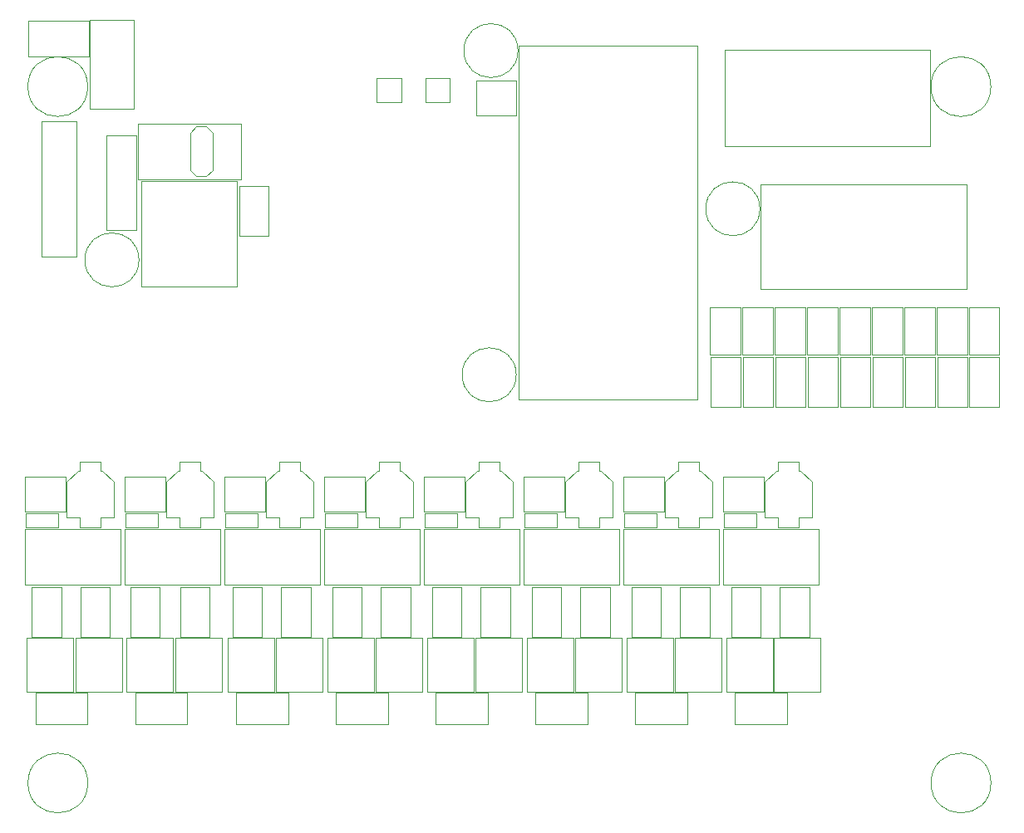
<source format=gbr>
G04 #@! TF.GenerationSoftware,KiCad,Pcbnew,5.1.10-88a1d61d58~90~ubuntu20.04.1*
G04 #@! TF.CreationDate,2022-11-29T16:27:44+00:00*
G04 #@! TF.ProjectId,PDJRSIM,53494d31-3038-42e6-9b69-6361645f7063,221101*
G04 #@! TF.SameCoordinates,Original*
G04 #@! TF.FileFunction,Other,User*
%FSLAX46Y46*%
G04 Gerber Fmt 4.6, Leading zero omitted, Abs format (unit mm)*
G04 Created by KiCad (PCBNEW 5.1.10-88a1d61d58~90~ubuntu20.04.1) date 2022-11-29 16:27:44*
%MOMM*%
%LPD*%
G01*
G04 APERTURE LIST*
%ADD10C,0.050000*%
G04 APERTURE END LIST*
D10*
X38108200Y-31059600D02*
X37458200Y-31709600D01*
X39108200Y-31059600D02*
X38108200Y-31059600D01*
X39758200Y-31709600D02*
X39108200Y-31059600D01*
X39758200Y-35509600D02*
X39758200Y-31709600D01*
X39108200Y-36159600D02*
X39758200Y-35509600D01*
X38108200Y-36159600D02*
X39108200Y-36159600D01*
X37458200Y-35509600D02*
X38108200Y-36159600D01*
X37458200Y-31709600D02*
X37458200Y-35509600D01*
X70873000Y-23327000D02*
G75*
G03*
X70873000Y-23327000I-2750000J0D01*
G01*
X119052500Y-97994000D02*
G75*
G03*
X119052500Y-97994000I-3050000J0D01*
G01*
X27052500Y-97994000D02*
G75*
G03*
X27052500Y-97994000I-3050000J0D01*
G01*
X58971500Y-28593500D02*
X56471500Y-28593500D01*
X58971500Y-28593500D02*
X58971500Y-26093500D01*
X56471500Y-26093500D02*
X56471500Y-28593500D01*
X56471500Y-26093500D02*
X58971500Y-26093500D01*
X63924500Y-28593500D02*
X61424500Y-28593500D01*
X63924500Y-28593500D02*
X63924500Y-26093500D01*
X61424500Y-26093500D02*
X61424500Y-28593500D01*
X61424500Y-26093500D02*
X63924500Y-26093500D01*
X116625500Y-59699000D02*
X116625500Y-54609000D01*
X113625500Y-59699000D02*
X116625500Y-59699000D01*
X113625500Y-54609000D02*
X113625500Y-59699000D01*
X116625500Y-54609000D02*
X113625500Y-54609000D01*
X113323500Y-59699000D02*
X113323500Y-54609000D01*
X110323500Y-59699000D02*
X113323500Y-59699000D01*
X110323500Y-54609000D02*
X110323500Y-59699000D01*
X113323500Y-54609000D02*
X110323500Y-54609000D01*
X110021500Y-59699000D02*
X110021500Y-54609000D01*
X107021500Y-59699000D02*
X110021500Y-59699000D01*
X107021500Y-54609000D02*
X107021500Y-59699000D01*
X110021500Y-54609000D02*
X107021500Y-54609000D01*
X106719500Y-59699000D02*
X106719500Y-54609000D01*
X103719500Y-59699000D02*
X106719500Y-59699000D01*
X103719500Y-54609000D02*
X103719500Y-59699000D01*
X106719500Y-54609000D02*
X103719500Y-54609000D01*
X103417500Y-59699000D02*
X103417500Y-54609000D01*
X100417500Y-59699000D02*
X103417500Y-59699000D01*
X100417500Y-54609000D02*
X100417500Y-59699000D01*
X103417500Y-54609000D02*
X100417500Y-54609000D01*
X100115500Y-59699000D02*
X100115500Y-54609000D01*
X97115500Y-59699000D02*
X100115500Y-59699000D01*
X97115500Y-54609000D02*
X97115500Y-59699000D01*
X100115500Y-54609000D02*
X97115500Y-54609000D01*
X96813500Y-59699000D02*
X96813500Y-54609000D01*
X93813500Y-59699000D02*
X96813500Y-59699000D01*
X93813500Y-54609000D02*
X93813500Y-59699000D01*
X96813500Y-54609000D02*
X93813500Y-54609000D01*
X93511500Y-59699000D02*
X93511500Y-54609000D01*
X90511500Y-59699000D02*
X93511500Y-59699000D01*
X90511500Y-54609000D02*
X90511500Y-59699000D01*
X93511500Y-54609000D02*
X90511500Y-54609000D01*
X86677000Y-83224000D02*
X86677000Y-88684000D01*
X86677000Y-83224000D02*
X81937000Y-83224000D01*
X81937000Y-88684000D02*
X86677000Y-88684000D01*
X81937000Y-88684000D02*
X81937000Y-83224000D01*
X42493000Y-37152000D02*
X42493000Y-42242000D01*
X45493000Y-37152000D02*
X42493000Y-37152000D01*
X45493000Y-42242000D02*
X45493000Y-37152000D01*
X42493000Y-42242000D02*
X45493000Y-42242000D01*
X70695000Y-56379000D02*
G75*
G03*
X70695000Y-56379000I-2750000J0D01*
G01*
X119864000Y-59699000D02*
X119864000Y-54609000D01*
X116864000Y-59699000D02*
X119864000Y-59699000D01*
X116864000Y-54609000D02*
X116864000Y-59699000D01*
X119864000Y-54609000D02*
X116864000Y-54609000D01*
X116814000Y-49488000D02*
X116814000Y-54338000D01*
X119914000Y-49488000D02*
X116814000Y-49488000D01*
X119914000Y-54338000D02*
X119914000Y-49488000D01*
X116814000Y-54338000D02*
X119914000Y-54338000D01*
X95122000Y-71952000D02*
X91822000Y-71952000D01*
X95122000Y-70492000D02*
X95122000Y-71952000D01*
X91822000Y-70492000D02*
X95122000Y-70492000D01*
X91822000Y-71952000D02*
X91822000Y-70492000D01*
X34162000Y-71952000D02*
X30862000Y-71952000D01*
X34162000Y-70492000D02*
X34162000Y-71952000D01*
X30862000Y-70492000D02*
X34162000Y-70492000D01*
X30862000Y-71952000D02*
X30862000Y-70492000D01*
X84962000Y-71952000D02*
X81662000Y-71952000D01*
X84962000Y-70492000D02*
X84962000Y-71952000D01*
X81662000Y-70492000D02*
X84962000Y-70492000D01*
X81662000Y-71952000D02*
X81662000Y-70492000D01*
X74802000Y-71952000D02*
X71502000Y-71952000D01*
X74802000Y-70492000D02*
X74802000Y-71952000D01*
X71502000Y-70492000D02*
X74802000Y-70492000D01*
X71502000Y-71952000D02*
X71502000Y-70492000D01*
X64642000Y-71952000D02*
X61342000Y-71952000D01*
X64642000Y-70492000D02*
X64642000Y-71952000D01*
X61342000Y-70492000D02*
X64642000Y-70492000D01*
X61342000Y-71952000D02*
X61342000Y-70492000D01*
X54482000Y-71952000D02*
X51182000Y-71952000D01*
X54482000Y-70492000D02*
X54482000Y-71952000D01*
X51182000Y-70492000D02*
X54482000Y-70492000D01*
X51182000Y-71952000D02*
X51182000Y-70492000D01*
X44322000Y-71952000D02*
X41022000Y-71952000D01*
X44322000Y-70492000D02*
X44322000Y-71952000D01*
X41022000Y-70492000D02*
X44322000Y-70492000D01*
X41022000Y-71952000D02*
X41022000Y-70492000D01*
X24002000Y-71952000D02*
X20702000Y-71952000D01*
X24002000Y-70492000D02*
X24002000Y-71952000D01*
X20702000Y-70492000D02*
X24002000Y-70492000D01*
X20702000Y-71952000D02*
X20702000Y-70492000D01*
X97375000Y-65205000D02*
X97375000Y-66155000D01*
X99475000Y-65205000D02*
X97375000Y-65205000D01*
X99475000Y-66155000D02*
X99475000Y-65205000D01*
X97375000Y-66155000D02*
X97175000Y-66155000D01*
X99675000Y-66155000D02*
X99475000Y-66155000D01*
X99675000Y-66155000D02*
X100825000Y-67305000D01*
X97175000Y-66155000D02*
X96025000Y-67305000D01*
X100825000Y-67305000D02*
X100825000Y-70955000D01*
X96025000Y-67305000D02*
X96025000Y-70955000D01*
X97375000Y-70955000D02*
X96025000Y-70955000D01*
X97375000Y-71905000D02*
X97375000Y-70955000D01*
X99475000Y-71905000D02*
X97375000Y-71905000D01*
X99475000Y-70955000D02*
X99475000Y-71905000D01*
X100825000Y-70955000D02*
X99475000Y-70955000D01*
X87215000Y-65205000D02*
X87215000Y-66155000D01*
X89315000Y-65205000D02*
X87215000Y-65205000D01*
X89315000Y-66155000D02*
X89315000Y-65205000D01*
X87215000Y-66155000D02*
X87015000Y-66155000D01*
X89515000Y-66155000D02*
X89315000Y-66155000D01*
X89515000Y-66155000D02*
X90665000Y-67305000D01*
X87015000Y-66155000D02*
X85865000Y-67305000D01*
X90665000Y-67305000D02*
X90665000Y-70955000D01*
X85865000Y-67305000D02*
X85865000Y-70955000D01*
X87215000Y-70955000D02*
X85865000Y-70955000D01*
X87215000Y-71905000D02*
X87215000Y-70955000D01*
X89315000Y-71905000D02*
X87215000Y-71905000D01*
X89315000Y-70955000D02*
X89315000Y-71905000D01*
X90665000Y-70955000D02*
X89315000Y-70955000D01*
X77055000Y-65205000D02*
X77055000Y-66155000D01*
X79155000Y-65205000D02*
X77055000Y-65205000D01*
X79155000Y-66155000D02*
X79155000Y-65205000D01*
X77055000Y-66155000D02*
X76855000Y-66155000D01*
X79355000Y-66155000D02*
X79155000Y-66155000D01*
X79355000Y-66155000D02*
X80505000Y-67305000D01*
X76855000Y-66155000D02*
X75705000Y-67305000D01*
X80505000Y-67305000D02*
X80505000Y-70955000D01*
X75705000Y-67305000D02*
X75705000Y-70955000D01*
X77055000Y-70955000D02*
X75705000Y-70955000D01*
X77055000Y-71905000D02*
X77055000Y-70955000D01*
X79155000Y-71905000D02*
X77055000Y-71905000D01*
X79155000Y-70955000D02*
X79155000Y-71905000D01*
X80505000Y-70955000D02*
X79155000Y-70955000D01*
X56735000Y-65205000D02*
X56735000Y-66155000D01*
X58835000Y-65205000D02*
X56735000Y-65205000D01*
X58835000Y-66155000D02*
X58835000Y-65205000D01*
X56735000Y-66155000D02*
X56535000Y-66155000D01*
X59035000Y-66155000D02*
X58835000Y-66155000D01*
X59035000Y-66155000D02*
X60185000Y-67305000D01*
X56535000Y-66155000D02*
X55385000Y-67305000D01*
X60185000Y-67305000D02*
X60185000Y-70955000D01*
X55385000Y-67305000D02*
X55385000Y-70955000D01*
X56735000Y-70955000D02*
X55385000Y-70955000D01*
X56735000Y-71905000D02*
X56735000Y-70955000D01*
X58835000Y-71905000D02*
X56735000Y-71905000D01*
X58835000Y-70955000D02*
X58835000Y-71905000D01*
X60185000Y-70955000D02*
X58835000Y-70955000D01*
X66895000Y-65205000D02*
X66895000Y-66155000D01*
X68995000Y-65205000D02*
X66895000Y-65205000D01*
X68995000Y-66155000D02*
X68995000Y-65205000D01*
X66895000Y-66155000D02*
X66695000Y-66155000D01*
X69195000Y-66155000D02*
X68995000Y-66155000D01*
X69195000Y-66155000D02*
X70345000Y-67305000D01*
X66695000Y-66155000D02*
X65545000Y-67305000D01*
X70345000Y-67305000D02*
X70345000Y-70955000D01*
X65545000Y-67305000D02*
X65545000Y-70955000D01*
X66895000Y-70955000D02*
X65545000Y-70955000D01*
X66895000Y-71905000D02*
X66895000Y-70955000D01*
X68995000Y-71905000D02*
X66895000Y-71905000D01*
X68995000Y-70955000D02*
X68995000Y-71905000D01*
X70345000Y-70955000D02*
X68995000Y-70955000D01*
X46575000Y-65205000D02*
X46575000Y-66155000D01*
X48675000Y-65205000D02*
X46575000Y-65205000D01*
X48675000Y-66155000D02*
X48675000Y-65205000D01*
X46575000Y-66155000D02*
X46375000Y-66155000D01*
X48875000Y-66155000D02*
X48675000Y-66155000D01*
X48875000Y-66155000D02*
X50025000Y-67305000D01*
X46375000Y-66155000D02*
X45225000Y-67305000D01*
X50025000Y-67305000D02*
X50025000Y-70955000D01*
X45225000Y-67305000D02*
X45225000Y-70955000D01*
X46575000Y-70955000D02*
X45225000Y-70955000D01*
X46575000Y-71905000D02*
X46575000Y-70955000D01*
X48675000Y-71905000D02*
X46575000Y-71905000D01*
X48675000Y-70955000D02*
X48675000Y-71905000D01*
X50025000Y-70955000D02*
X48675000Y-70955000D01*
X36415000Y-65205000D02*
X36415000Y-66155000D01*
X38515000Y-65205000D02*
X36415000Y-65205000D01*
X38515000Y-66155000D02*
X38515000Y-65205000D01*
X36415000Y-66155000D02*
X36215000Y-66155000D01*
X38715000Y-66155000D02*
X38515000Y-66155000D01*
X38715000Y-66155000D02*
X39865000Y-67305000D01*
X36215000Y-66155000D02*
X35065000Y-67305000D01*
X39865000Y-67305000D02*
X39865000Y-70955000D01*
X35065000Y-67305000D02*
X35065000Y-70955000D01*
X36415000Y-70955000D02*
X35065000Y-70955000D01*
X36415000Y-71905000D02*
X36415000Y-70955000D01*
X38515000Y-71905000D02*
X36415000Y-71905000D01*
X38515000Y-70955000D02*
X38515000Y-71905000D01*
X39865000Y-70955000D02*
X38515000Y-70955000D01*
X26255000Y-65205000D02*
X26255000Y-66155000D01*
X28355000Y-65205000D02*
X26255000Y-65205000D01*
X28355000Y-66155000D02*
X28355000Y-65205000D01*
X26255000Y-66155000D02*
X26055000Y-66155000D01*
X28555000Y-66155000D02*
X28355000Y-66155000D01*
X28555000Y-66155000D02*
X29705000Y-67305000D01*
X26055000Y-66155000D02*
X24905000Y-67305000D01*
X29705000Y-67305000D02*
X29705000Y-70955000D01*
X24905000Y-67305000D02*
X24905000Y-70955000D01*
X26255000Y-70955000D02*
X24905000Y-70955000D01*
X26255000Y-71905000D02*
X26255000Y-70955000D01*
X28355000Y-71905000D02*
X26255000Y-71905000D01*
X28355000Y-70955000D02*
X28355000Y-71905000D01*
X29705000Y-70955000D02*
X28355000Y-70955000D01*
X91803000Y-70305000D02*
X91803000Y-66805000D01*
X91803000Y-70305000D02*
X95903000Y-70305000D01*
X95903000Y-66805000D02*
X91803000Y-66805000D01*
X95903000Y-66805000D02*
X95903000Y-70305000D01*
X81643000Y-70305000D02*
X81643000Y-66805000D01*
X81643000Y-70305000D02*
X85743000Y-70305000D01*
X85743000Y-66805000D02*
X81643000Y-66805000D01*
X85743000Y-66805000D02*
X85743000Y-70305000D01*
X71483000Y-70305000D02*
X71483000Y-66805000D01*
X71483000Y-70305000D02*
X75583000Y-70305000D01*
X75583000Y-66805000D02*
X71483000Y-66805000D01*
X75583000Y-66805000D02*
X75583000Y-70305000D01*
X61323000Y-70305000D02*
X61323000Y-66805000D01*
X61323000Y-70305000D02*
X65423000Y-70305000D01*
X65423000Y-66805000D02*
X61323000Y-66805000D01*
X65423000Y-66805000D02*
X65423000Y-70305000D01*
X51163000Y-70305000D02*
X51163000Y-66805000D01*
X51163000Y-70305000D02*
X55263000Y-70305000D01*
X55263000Y-66805000D02*
X51163000Y-66805000D01*
X55263000Y-66805000D02*
X55263000Y-70305000D01*
X41003000Y-70305000D02*
X41003000Y-66805000D01*
X41003000Y-70305000D02*
X45103000Y-70305000D01*
X45103000Y-66805000D02*
X41003000Y-66805000D01*
X45103000Y-66805000D02*
X45103000Y-70305000D01*
X30843000Y-70305000D02*
X30843000Y-66805000D01*
X30843000Y-70305000D02*
X34943000Y-70305000D01*
X34943000Y-66805000D02*
X30843000Y-66805000D01*
X34943000Y-66805000D02*
X34943000Y-70305000D01*
X20683000Y-70305000D02*
X20683000Y-66805000D01*
X20683000Y-70305000D02*
X24783000Y-70305000D01*
X24783000Y-66805000D02*
X20683000Y-66805000D01*
X24783000Y-66805000D02*
X24783000Y-70305000D01*
X71417000Y-72085000D02*
X71417000Y-77735000D01*
X71417000Y-77735000D02*
X81217000Y-77735000D01*
X81217000Y-77735000D02*
X81217000Y-72085000D01*
X81217000Y-72085000D02*
X71417000Y-72085000D01*
X91737000Y-72085000D02*
X91737000Y-77735000D01*
X91737000Y-77735000D02*
X101537000Y-77735000D01*
X101537000Y-77735000D02*
X101537000Y-72085000D01*
X101537000Y-72085000D02*
X91737000Y-72085000D01*
X81577000Y-72085000D02*
X81577000Y-77735000D01*
X81577000Y-77735000D02*
X91377000Y-77735000D01*
X91377000Y-77735000D02*
X91377000Y-72085000D01*
X91377000Y-72085000D02*
X81577000Y-72085000D01*
X61257000Y-72085000D02*
X61257000Y-77735000D01*
X61257000Y-77735000D02*
X71057000Y-77735000D01*
X71057000Y-77735000D02*
X71057000Y-72085000D01*
X71057000Y-72085000D02*
X61257000Y-72085000D01*
X51097000Y-72085000D02*
X51097000Y-77735000D01*
X51097000Y-77735000D02*
X60897000Y-77735000D01*
X60897000Y-77735000D02*
X60897000Y-72085000D01*
X60897000Y-72085000D02*
X51097000Y-72085000D01*
X40937000Y-72085000D02*
X40937000Y-77735000D01*
X40937000Y-77735000D02*
X50737000Y-77735000D01*
X50737000Y-77735000D02*
X50737000Y-72085000D01*
X50737000Y-72085000D02*
X40937000Y-72085000D01*
X30777000Y-72085000D02*
X30777000Y-77735000D01*
X30777000Y-77735000D02*
X40577000Y-77735000D01*
X40577000Y-77735000D02*
X40577000Y-72085000D01*
X40577000Y-72085000D02*
X30777000Y-72085000D01*
X20617000Y-72085000D02*
X20617000Y-77735000D01*
X20617000Y-77735000D02*
X30417000Y-77735000D01*
X30417000Y-77735000D02*
X30417000Y-72085000D01*
X30417000Y-72085000D02*
X20617000Y-72085000D01*
X92607000Y-83136000D02*
X95607000Y-83136000D01*
X95607000Y-83136000D02*
X95607000Y-78046000D01*
X95607000Y-78046000D02*
X92607000Y-78046000D01*
X92607000Y-78046000D02*
X92607000Y-83136000D01*
X97560000Y-83136000D02*
X100560000Y-83136000D01*
X100560000Y-83136000D02*
X100560000Y-78046000D01*
X100560000Y-78046000D02*
X97560000Y-78046000D01*
X97560000Y-78046000D02*
X97560000Y-83136000D01*
X82447000Y-83136000D02*
X85447000Y-83136000D01*
X85447000Y-83136000D02*
X85447000Y-78046000D01*
X85447000Y-78046000D02*
X82447000Y-78046000D01*
X82447000Y-78046000D02*
X82447000Y-83136000D01*
X87400000Y-83136000D02*
X90400000Y-83136000D01*
X90400000Y-83136000D02*
X90400000Y-78046000D01*
X90400000Y-78046000D02*
X87400000Y-78046000D01*
X87400000Y-78046000D02*
X87400000Y-83136000D01*
X72287000Y-83136000D02*
X75287000Y-83136000D01*
X75287000Y-83136000D02*
X75287000Y-78046000D01*
X75287000Y-78046000D02*
X72287000Y-78046000D01*
X72287000Y-78046000D02*
X72287000Y-83136000D01*
X77240000Y-83136000D02*
X80240000Y-83136000D01*
X80240000Y-83136000D02*
X80240000Y-78046000D01*
X80240000Y-78046000D02*
X77240000Y-78046000D01*
X77240000Y-78046000D02*
X77240000Y-83136000D01*
X62127000Y-83136000D02*
X65127000Y-83136000D01*
X65127000Y-83136000D02*
X65127000Y-78046000D01*
X65127000Y-78046000D02*
X62127000Y-78046000D01*
X62127000Y-78046000D02*
X62127000Y-83136000D01*
X67080000Y-83136000D02*
X70080000Y-83136000D01*
X70080000Y-83136000D02*
X70080000Y-78046000D01*
X70080000Y-78046000D02*
X67080000Y-78046000D01*
X67080000Y-78046000D02*
X67080000Y-83136000D01*
X51967000Y-83136000D02*
X54967000Y-83136000D01*
X54967000Y-83136000D02*
X54967000Y-78046000D01*
X54967000Y-78046000D02*
X51967000Y-78046000D01*
X51967000Y-78046000D02*
X51967000Y-83136000D01*
X56920000Y-83136000D02*
X59920000Y-83136000D01*
X59920000Y-83136000D02*
X59920000Y-78046000D01*
X59920000Y-78046000D02*
X56920000Y-78046000D01*
X56920000Y-78046000D02*
X56920000Y-83136000D01*
X41807000Y-83136000D02*
X44807000Y-83136000D01*
X44807000Y-83136000D02*
X44807000Y-78046000D01*
X44807000Y-78046000D02*
X41807000Y-78046000D01*
X41807000Y-78046000D02*
X41807000Y-83136000D01*
X46760000Y-83136000D02*
X49760000Y-83136000D01*
X49760000Y-83136000D02*
X49760000Y-78046000D01*
X49760000Y-78046000D02*
X46760000Y-78046000D01*
X46760000Y-78046000D02*
X46760000Y-83136000D01*
X31393000Y-83136000D02*
X34393000Y-83136000D01*
X34393000Y-83136000D02*
X34393000Y-78046000D01*
X34393000Y-78046000D02*
X31393000Y-78046000D01*
X31393000Y-78046000D02*
X31393000Y-83136000D01*
X36473000Y-83136000D02*
X39473000Y-83136000D01*
X39473000Y-83136000D02*
X39473000Y-78046000D01*
X39473000Y-78046000D02*
X36473000Y-78046000D01*
X36473000Y-78046000D02*
X36473000Y-83136000D01*
X21360000Y-83136000D02*
X24360000Y-83136000D01*
X24360000Y-83136000D02*
X24360000Y-78046000D01*
X24360000Y-78046000D02*
X21360000Y-78046000D01*
X21360000Y-78046000D02*
X21360000Y-83136000D01*
X26313000Y-83136000D02*
X29313000Y-83136000D01*
X29313000Y-83136000D02*
X29313000Y-78046000D01*
X29313000Y-78046000D02*
X26313000Y-78046000D01*
X26313000Y-78046000D02*
X26313000Y-83136000D01*
X28980000Y-41665000D02*
X31980000Y-41665000D01*
X31980000Y-41665000D02*
X31980000Y-31945000D01*
X31980000Y-31945000D02*
X28980000Y-31945000D01*
X28980000Y-31945000D02*
X28980000Y-41665000D01*
X101663000Y-83224000D02*
X101663000Y-88684000D01*
X101663000Y-83224000D02*
X96923000Y-83224000D01*
X96923000Y-88684000D02*
X101663000Y-88684000D01*
X96923000Y-88684000D02*
X96923000Y-83224000D01*
X96837000Y-83224000D02*
X96837000Y-88684000D01*
X96837000Y-83224000D02*
X92097000Y-83224000D01*
X92097000Y-88684000D02*
X96837000Y-88684000D01*
X92097000Y-88684000D02*
X92097000Y-83224000D01*
X91630000Y-83224000D02*
X91630000Y-88684000D01*
X91630000Y-83224000D02*
X86890000Y-83224000D01*
X86890000Y-88684000D02*
X91630000Y-88684000D01*
X86890000Y-88684000D02*
X86890000Y-83224000D01*
X81470000Y-83224000D02*
X81470000Y-88684000D01*
X81470000Y-83224000D02*
X76730000Y-83224000D01*
X76730000Y-88684000D02*
X81470000Y-88684000D01*
X76730000Y-88684000D02*
X76730000Y-83224000D01*
X76517000Y-83224000D02*
X76517000Y-88684000D01*
X76517000Y-83224000D02*
X71777000Y-83224000D01*
X71777000Y-88684000D02*
X76517000Y-88684000D01*
X71777000Y-88684000D02*
X71777000Y-83224000D01*
X71310000Y-83224000D02*
X71310000Y-88684000D01*
X71310000Y-83224000D02*
X66570000Y-83224000D01*
X66570000Y-88684000D02*
X71310000Y-88684000D01*
X66570000Y-88684000D02*
X66570000Y-83224000D01*
X66357000Y-83224000D02*
X66357000Y-88684000D01*
X66357000Y-83224000D02*
X61617000Y-83224000D01*
X61617000Y-88684000D02*
X66357000Y-88684000D01*
X61617000Y-88684000D02*
X61617000Y-83224000D01*
X61150000Y-83224000D02*
X61150000Y-88684000D01*
X61150000Y-83224000D02*
X56410000Y-83224000D01*
X56410000Y-88684000D02*
X61150000Y-88684000D01*
X56410000Y-88684000D02*
X56410000Y-83224000D01*
X56197000Y-83224000D02*
X56197000Y-88684000D01*
X56197000Y-83224000D02*
X51457000Y-83224000D01*
X51457000Y-88684000D02*
X56197000Y-88684000D01*
X51457000Y-88684000D02*
X51457000Y-83224000D01*
X50990000Y-83224000D02*
X50990000Y-88684000D01*
X50990000Y-83224000D02*
X46250000Y-83224000D01*
X46250000Y-88684000D02*
X50990000Y-88684000D01*
X46250000Y-88684000D02*
X46250000Y-83224000D01*
X46037000Y-83224000D02*
X46037000Y-88684000D01*
X46037000Y-83224000D02*
X41297000Y-83224000D01*
X41297000Y-88684000D02*
X46037000Y-88684000D01*
X41297000Y-88684000D02*
X41297000Y-83224000D01*
X40703000Y-83224000D02*
X40703000Y-88684000D01*
X40703000Y-83224000D02*
X35963000Y-83224000D01*
X35963000Y-88684000D02*
X40703000Y-88684000D01*
X35963000Y-88684000D02*
X35963000Y-83224000D01*
X35750000Y-83224000D02*
X35750000Y-88684000D01*
X35750000Y-83224000D02*
X31010000Y-83224000D01*
X31010000Y-88684000D02*
X35750000Y-88684000D01*
X31010000Y-88684000D02*
X31010000Y-83224000D01*
X30543000Y-83224000D02*
X30543000Y-88684000D01*
X30543000Y-83224000D02*
X25803000Y-83224000D01*
X25803000Y-88684000D02*
X30543000Y-88684000D01*
X25803000Y-88684000D02*
X25803000Y-83224000D01*
X25590000Y-83224000D02*
X25590000Y-88684000D01*
X25590000Y-83224000D02*
X20850000Y-83224000D01*
X20850000Y-88684000D02*
X25590000Y-88684000D01*
X20850000Y-88684000D02*
X20850000Y-83224000D01*
X22330000Y-30560000D02*
X22330000Y-44310000D01*
X22330000Y-44310000D02*
X25930000Y-44310000D01*
X25930000Y-44310000D02*
X25930000Y-30560000D01*
X25930000Y-30560000D02*
X22330000Y-30560000D01*
X98247000Y-91999000D02*
X98247000Y-88799000D01*
X98247000Y-88799000D02*
X92957000Y-88799000D01*
X92957000Y-88799000D02*
X92957000Y-91999000D01*
X92957000Y-91999000D02*
X98247000Y-91999000D01*
X88087000Y-91999000D02*
X88087000Y-88799000D01*
X88087000Y-88799000D02*
X82797000Y-88799000D01*
X82797000Y-88799000D02*
X82797000Y-91999000D01*
X82797000Y-91999000D02*
X88087000Y-91999000D01*
X77927000Y-91999000D02*
X77927000Y-88799000D01*
X77927000Y-88799000D02*
X72637000Y-88799000D01*
X72637000Y-88799000D02*
X72637000Y-91999000D01*
X72637000Y-91999000D02*
X77927000Y-91999000D01*
X67767000Y-91999000D02*
X67767000Y-88799000D01*
X67767000Y-88799000D02*
X62477000Y-88799000D01*
X62477000Y-88799000D02*
X62477000Y-91999000D01*
X62477000Y-91999000D02*
X67767000Y-91999000D01*
X57607000Y-91999000D02*
X57607000Y-88799000D01*
X57607000Y-88799000D02*
X52317000Y-88799000D01*
X52317000Y-88799000D02*
X52317000Y-91999000D01*
X52317000Y-91999000D02*
X57607000Y-91999000D01*
X47447000Y-91999000D02*
X47447000Y-88799000D01*
X47447000Y-88799000D02*
X42157000Y-88799000D01*
X42157000Y-88799000D02*
X42157000Y-91999000D01*
X42157000Y-91999000D02*
X47447000Y-91999000D01*
X37160000Y-91999000D02*
X37160000Y-88799000D01*
X37160000Y-88799000D02*
X31870000Y-88799000D01*
X31870000Y-88799000D02*
X31870000Y-91999000D01*
X31870000Y-91999000D02*
X37160000Y-91999000D01*
X27000000Y-91999000D02*
X27000000Y-88799000D01*
X27000000Y-88799000D02*
X21710000Y-88799000D01*
X21710000Y-88799000D02*
X21710000Y-91999000D01*
X21710000Y-91999000D02*
X27000000Y-91999000D01*
X66581000Y-29919000D02*
X66581000Y-26419000D01*
X66581000Y-29919000D02*
X70681000Y-29919000D01*
X70681000Y-26419000D02*
X66581000Y-26419000D01*
X70681000Y-26419000D02*
X70681000Y-29919000D01*
X32265000Y-44663000D02*
G75*
G03*
X32265000Y-44663000I-2750000J0D01*
G01*
X95511000Y-39456000D02*
G75*
G03*
X95511000Y-39456000I-2750000J0D01*
G01*
X89181000Y-58929000D02*
X89181000Y-22829000D01*
X89181000Y-22829000D02*
X70981000Y-22829000D01*
X70981000Y-22829000D02*
X70981000Y-58929000D01*
X70981000Y-58929000D02*
X89181000Y-58929000D01*
X91973000Y-33079000D02*
X112823000Y-33079000D01*
X112823000Y-33079000D02*
X112823000Y-23279000D01*
X112823000Y-23279000D02*
X91973000Y-23279000D01*
X91973000Y-23279000D02*
X91973000Y-33079000D01*
X113563000Y-49488000D02*
X113563000Y-54338000D01*
X116663000Y-49488000D02*
X113563000Y-49488000D01*
X116663000Y-54338000D02*
X116663000Y-49488000D01*
X113563000Y-54338000D02*
X116663000Y-54338000D01*
X110261000Y-49488000D02*
X110261000Y-54338000D01*
X113361000Y-49488000D02*
X110261000Y-49488000D01*
X113361000Y-54338000D02*
X113361000Y-49488000D01*
X110261000Y-54338000D02*
X113361000Y-54338000D01*
X95606000Y-47626000D02*
X116606000Y-47626000D01*
X116606000Y-47626000D02*
X116606000Y-36926000D01*
X116606000Y-36926000D02*
X95606000Y-36926000D01*
X95606000Y-36926000D02*
X95606000Y-47626000D01*
X106959000Y-54338000D02*
X110059000Y-54338000D01*
X110059000Y-54338000D02*
X110059000Y-49488000D01*
X110059000Y-49488000D02*
X106959000Y-49488000D01*
X106959000Y-49488000D02*
X106959000Y-54338000D01*
X103657000Y-54338000D02*
X106757000Y-54338000D01*
X106757000Y-54338000D02*
X106757000Y-49488000D01*
X106757000Y-49488000D02*
X103657000Y-49488000D01*
X103657000Y-49488000D02*
X103657000Y-54338000D01*
X32129000Y-30810000D02*
X32129000Y-36460000D01*
X32129000Y-36460000D02*
X42679000Y-36460000D01*
X42679000Y-36460000D02*
X42679000Y-30810000D01*
X42679000Y-30810000D02*
X32129000Y-30810000D01*
X27045000Y-26999000D02*
G75*
G03*
X27045000Y-26999000I-3050000J0D01*
G01*
X119045000Y-26999000D02*
G75*
G03*
X119045000Y-26999000I-3050000J0D01*
G01*
X100355000Y-54338000D02*
X103455000Y-54338000D01*
X103455000Y-54338000D02*
X103455000Y-49488000D01*
X103455000Y-49488000D02*
X100355000Y-49488000D01*
X100355000Y-49488000D02*
X100355000Y-54338000D01*
X97053000Y-54338000D02*
X100153000Y-54338000D01*
X100153000Y-54338000D02*
X100153000Y-49488000D01*
X100153000Y-49488000D02*
X97053000Y-49488000D01*
X97053000Y-49488000D02*
X97053000Y-54338000D01*
X93751000Y-54338000D02*
X96851000Y-54338000D01*
X96851000Y-54338000D02*
X96851000Y-49488000D01*
X96851000Y-49488000D02*
X93751000Y-49488000D01*
X93751000Y-49488000D02*
X93751000Y-54338000D01*
X90449000Y-54338000D02*
X93549000Y-54338000D01*
X93549000Y-54338000D02*
X93549000Y-49488000D01*
X93549000Y-49488000D02*
X90449000Y-49488000D01*
X90449000Y-49488000D02*
X90449000Y-54338000D01*
X32479000Y-36652000D02*
X32479000Y-47352000D01*
X32479000Y-47352000D02*
X42279000Y-47352000D01*
X42279000Y-47352000D02*
X42279000Y-36652000D01*
X42279000Y-36652000D02*
X32479000Y-36652000D01*
X20984000Y-23898000D02*
X27134000Y-23898000D01*
X27134000Y-23898000D02*
X27134000Y-20298000D01*
X27134000Y-20298000D02*
X20984000Y-20298000D01*
X20984000Y-20298000D02*
X20984000Y-23898000D01*
X27265000Y-29240000D02*
X27265000Y-20240000D01*
X27265000Y-29240000D02*
X31765000Y-29240000D01*
X31765000Y-20240000D02*
X27265000Y-20240000D01*
X31765000Y-20240000D02*
X31765000Y-29240000D01*
M02*

</source>
